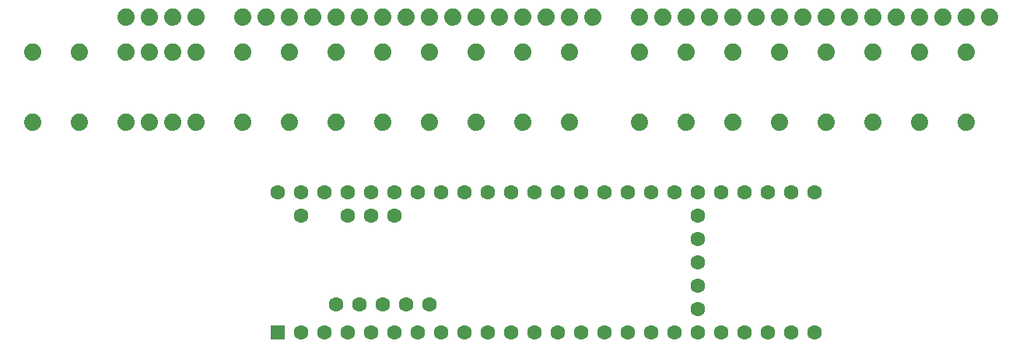
<source format=gbr>
G04 #@! TF.GenerationSoftware,KiCad,Pcbnew,(5.99.0-2302-g1dc804232)*
G04 #@! TF.CreationDate,2020-07-19T09:54:59-07:00*
G04 #@! TF.ProjectId,teensy,7465656e-7379-42e6-9b69-6361645f7063,rev?*
G04 #@! TF.SameCoordinates,Original*
G04 #@! TF.FileFunction,Copper,L1,Top*
G04 #@! TF.FilePolarity,Positive*
%FSLAX46Y46*%
G04 Gerber Fmt 4.6, Leading zero omitted, Abs format (unit mm)*
G04 Created by KiCad (PCBNEW (5.99.0-2302-g1dc804232)) date 2020-07-19 09:54:59*
%MOMM*%
%LPD*%
G01*
G04 APERTURE LIST*
G04 #@! TA.AperFunction,ComponentPad*
%ADD10C,1.879600*%
G04 #@! TD*
G04 #@! TA.AperFunction,ComponentPad*
%ADD11C,1.600000*%
G04 #@! TD*
G04 #@! TA.AperFunction,ComponentPad*
%ADD12R,1.600000X1.600000*%
G04 #@! TD*
G04 APERTURE END LIST*
D10*
X107950000Y-93980000D03*
X107950000Y-101600000D03*
X110490000Y-101600000D03*
X110490000Y-93980000D03*
X115570000Y-93980000D03*
X115570000Y-101600000D03*
X113030000Y-101600000D03*
X113030000Y-93980000D03*
X115570000Y-90170000D03*
X113030000Y-90170000D03*
X110490000Y-90170000D03*
X107950000Y-90170000D03*
X102870000Y-101600000D03*
X102870000Y-93980000D03*
X97790000Y-93980000D03*
X97790000Y-101600000D03*
X156210000Y-101600000D03*
X156210000Y-93980000D03*
X146050000Y-101600000D03*
X146050000Y-93980000D03*
X135890000Y-101600000D03*
X135890000Y-93980000D03*
X125730000Y-101600000D03*
X125730000Y-93980000D03*
X199390000Y-101600000D03*
X199390000Y-93980000D03*
X189230000Y-101600000D03*
X189230000Y-93980000D03*
X179070000Y-101600000D03*
X179070000Y-93980000D03*
X168910000Y-101600000D03*
X168910000Y-93980000D03*
X151130000Y-101600000D03*
X151130000Y-93980000D03*
X140970000Y-101600000D03*
X140970000Y-93980000D03*
X130810000Y-101600000D03*
X130810000Y-93980000D03*
X120650000Y-101600000D03*
X120650000Y-93980000D03*
X194310000Y-101600000D03*
X194310000Y-93980000D03*
X184150000Y-101600000D03*
X184150000Y-93980000D03*
X173990000Y-101600000D03*
X173990000Y-93980000D03*
X120650000Y-90170000D03*
X123190000Y-90170000D03*
X125730000Y-90170000D03*
X128270000Y-90170000D03*
X130810000Y-90170000D03*
X133350000Y-90170000D03*
X135890000Y-90170000D03*
X138430000Y-90170000D03*
X140970000Y-90170000D03*
X143510000Y-90170000D03*
X146050000Y-90170000D03*
X148590000Y-90170000D03*
X151130000Y-90170000D03*
X153670000Y-90170000D03*
X156210000Y-90170000D03*
X158750000Y-90170000D03*
X163830000Y-101600000D03*
X163830000Y-93980000D03*
X163830000Y-90170000D03*
X166370000Y-90170000D03*
X168910000Y-90170000D03*
X171450000Y-90170000D03*
X173990000Y-90170000D03*
X176530000Y-90170000D03*
X179070000Y-90170000D03*
X181610000Y-90170000D03*
X184150000Y-90170000D03*
X186690000Y-90170000D03*
X189230000Y-90170000D03*
X191770000Y-90170000D03*
X194310000Y-90170000D03*
X196850000Y-90170000D03*
X199390000Y-90170000D03*
X201930000Y-90170000D03*
D11*
X140970000Y-121460000D03*
X138430000Y-121460000D03*
X135890000Y-121460000D03*
X133350000Y-121460000D03*
X130810000Y-121460000D03*
X137160000Y-111760000D03*
X134620000Y-111760000D03*
X132080000Y-111760000D03*
X127000000Y-111760000D03*
X124460000Y-109220000D03*
X127000000Y-109220000D03*
X129540000Y-109220000D03*
X132080000Y-109220000D03*
X134620000Y-109220000D03*
X137160000Y-109220000D03*
X139700000Y-109220000D03*
X142240000Y-109220000D03*
X144780000Y-109220000D03*
X147320000Y-109220000D03*
X149860000Y-109220000D03*
X152400000Y-109220000D03*
X154940000Y-109220000D03*
X157480000Y-109220000D03*
X160020000Y-109220000D03*
X162560000Y-109220000D03*
D12*
X124460000Y-124460000D03*
D11*
X127000000Y-124460000D03*
X129540000Y-124460000D03*
X132080000Y-124460000D03*
X134620000Y-124460000D03*
X137160000Y-124460000D03*
X139700000Y-124460000D03*
X142240000Y-124460000D03*
X144780000Y-124460000D03*
X147320000Y-124460000D03*
X149860000Y-124460000D03*
X152400000Y-124460000D03*
X154940000Y-124460000D03*
X165100000Y-109220000D03*
X167640000Y-109220000D03*
X170180000Y-109220000D03*
X172720000Y-109220000D03*
X175260000Y-109220000D03*
X177800000Y-109220000D03*
X180340000Y-109220000D03*
X182880000Y-109220000D03*
X170180000Y-111760000D03*
X170180000Y-114300000D03*
X170180000Y-116840000D03*
X170180000Y-119380000D03*
X170180000Y-121920000D03*
X182880000Y-124460000D03*
X180340000Y-124460000D03*
X177800000Y-124460000D03*
X175260000Y-124460000D03*
X157480000Y-124460000D03*
X160020000Y-124460000D03*
X162560000Y-124460000D03*
X172720000Y-124460000D03*
X170180000Y-124460000D03*
X167640000Y-124460000D03*
X165100000Y-124460000D03*
M02*

</source>
